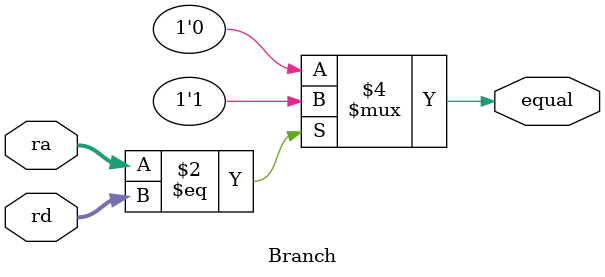
<source format=sv>
`timescale 1ns / 1ps

module Branch(
    input [7:0] ra, // Ýlk register deðeri
    input [7:0] rd, // Ýkinci register deðeri
    output reg equal // Eþitlik durumunu belirten sinyal
);
    
always_comb begin
    // Ýki deðer karþýlaþtýrýlýr ve sonuç "equal" sinyaline atanýr
    if (ra == rd) begin
        equal = 1'b1; // Eðer eþitse
    end else begin
        equal = 1'b0; // Eðer eþit deðilse
    end
end
endmodule

</source>
